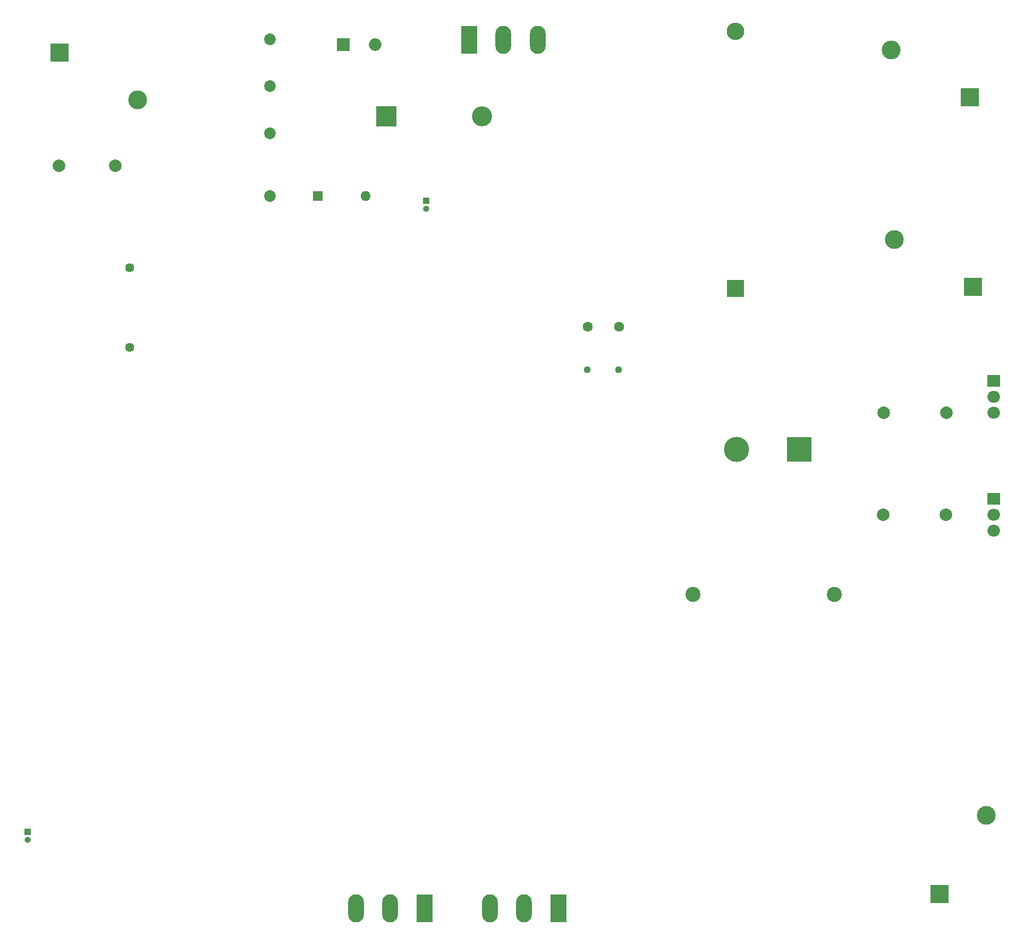
<source format=gbr>
%TF.GenerationSoftware,KiCad,Pcbnew,(5.1.8)-1*%
%TF.CreationDate,2021-03-07T20:42:01-08:00*%
%TF.ProjectId,KiCAD Simulations,4b694341-4420-4536-996d-756c6174696f,rev?*%
%TF.SameCoordinates,Original*%
%TF.FileFunction,Soldermask,Bot*%
%TF.FilePolarity,Negative*%
%FSLAX46Y46*%
G04 Gerber Fmt 4.6, Leading zero omitted, Abs format (unit mm)*
G04 Created by KiCad (PCBNEW (5.1.8)-1) date 2021-03-07 20:42:01*
%MOMM*%
%LPD*%
G01*
G04 APERTURE LIST*
%ADD10O,1.600000X1.600000*%
%ADD11R,1.600000X1.600000*%
%ADD12C,2.000000*%
%ADD13O,2.000000X2.000000*%
%ADD14R,2.000000X2.000000*%
%ADD15O,3.200000X3.200000*%
%ADD16R,3.200000X3.200000*%
%ADD17O,2.800000X2.800000*%
%ADD18R,2.800000X2.800000*%
%ADD19C,3.000000*%
%ADD20R,3.000000X3.000000*%
%ADD21O,1.000000X1.000000*%
%ADD22R,1.000000X1.000000*%
%ADD23C,1.447800*%
%ADD24C,1.117600*%
%ADD25C,2.400000*%
%ADD26C,4.000000*%
%ADD27R,4.000000X4.000000*%
%ADD28O,2.500000X4.500000*%
%ADD29R,2.500000X4.500000*%
%ADD30O,2.000000X1.905000*%
%ADD31R,2.000000X1.905000*%
%ADD32C,1.600000*%
%ADD33C,1.854200*%
G04 APERTURE END LIST*
D10*
%TO.C,Disense1*%
X108458000Y-45974000D03*
D11*
X100838000Y-45974000D03*
%TD*%
D12*
%TO.C,Cr1*%
X190914000Y-96774000D03*
X200914000Y-96774000D03*
%TD*%
D13*
%TO.C,Dstart1*%
X109982000Y-21844000D03*
D14*
X104902000Y-21844000D03*
%TD*%
D15*
%TO.C,Dboost1*%
X127000000Y-33274000D03*
D16*
X111760000Y-33274000D03*
%TD*%
D17*
%TO.C,Coutx1*%
X167386000Y-19706000D03*
D18*
X167386000Y-60706000D03*
%TD*%
D19*
%TO.C,J6*%
X207398000Y-144726000D03*
D20*
X199898000Y-157226000D03*
%TD*%
D21*
%TO.C,J5*%
X54610000Y-148590000D03*
D22*
X54610000Y-147320000D03*
%TD*%
D19*
%TO.C,J4*%
X192732000Y-52952000D03*
D20*
X205232000Y-60452000D03*
%TD*%
D19*
%TO.C,J3*%
X192224000Y-22726000D03*
D20*
X204724000Y-30226000D03*
%TD*%
D21*
%TO.C,J2*%
X118110000Y-48006000D03*
D22*
X118110000Y-46736000D03*
%TD*%
D19*
%TO.C,J1*%
X72190000Y-30614000D03*
D20*
X59690000Y-23114000D03*
%TD*%
D23*
%TO.C,L1*%
X70866000Y-70104000D03*
X70866000Y-57404000D03*
%TD*%
D12*
%TO.C,Rntc1*%
X59580000Y-41148000D03*
X68580000Y-41148000D03*
%TD*%
%TO.C,Cr2*%
X201008000Y-80518000D03*
X191008000Y-80518000D03*
%TD*%
D24*
%TO.C,Cisns2*%
X148804000Y-73660000D03*
X143804000Y-73660000D03*
%TD*%
D25*
%TO.C,Cinx1*%
X160634000Y-109474000D03*
X183134000Y-109474000D03*
%TD*%
D26*
%TO.C,Cin2*%
X167546000Y-86360000D03*
D27*
X177546000Y-86360000D03*
%TD*%
D28*
%TO.C,QM4*%
X106956000Y-159512000D03*
X112406000Y-159512000D03*
D29*
X117856000Y-159512000D03*
%TD*%
D28*
%TO.C,QM3*%
X128292000Y-159512000D03*
X133742000Y-159512000D03*
D29*
X139192000Y-159512000D03*
%TD*%
D30*
%TO.C,QM2*%
X208534000Y-80518000D03*
X208534000Y-77978000D03*
D31*
X208534000Y-75438000D03*
%TD*%
D30*
%TO.C,QM1*%
X208534000Y-99314000D03*
X208534000Y-96774000D03*
D31*
X208534000Y-94234000D03*
%TD*%
D32*
%TO.C,Cvcr1*%
X143844000Y-66802000D03*
X148844000Y-66802000D03*
%TD*%
D33*
%TO.C,Uac1*%
X93218000Y-20973999D03*
X93218000Y-28474000D03*
X93218000Y-35974000D03*
X93218000Y-45974000D03*
%TD*%
D28*
%TO.C,Q1*%
X135868000Y-21082000D03*
X130418000Y-21082000D03*
D29*
X124968000Y-21082000D03*
%TD*%
M02*

</source>
